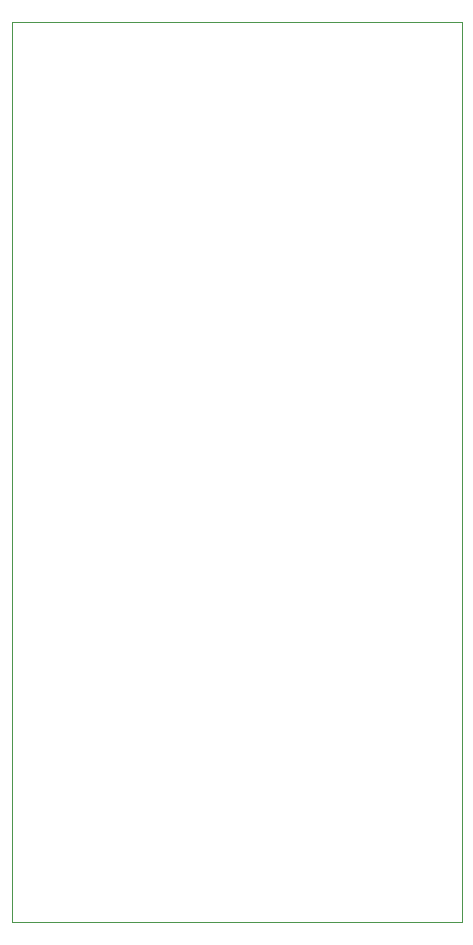
<source format=gbr>
%TF.GenerationSoftware,KiCad,Pcbnew,5.1.8-db9833491~88~ubuntu20.04.1*%
%TF.CreationDate,2020-12-04T12:29:55-05:00*%
%TF.ProjectId,lcd_pmod_breakout,6c63645f-706d-46f6-945f-627265616b6f,rev?*%
%TF.SameCoordinates,Original*%
%TF.FileFunction,Profile,NP*%
%FSLAX46Y46*%
G04 Gerber Fmt 4.6, Leading zero omitted, Abs format (unit mm)*
G04 Created by KiCad (PCBNEW 5.1.8-db9833491~88~ubuntu20.04.1) date 2020-12-04 12:29:55*
%MOMM*%
%LPD*%
G01*
G04 APERTURE LIST*
%TA.AperFunction,Profile*%
%ADD10C,0.050000*%
%TD*%
G04 APERTURE END LIST*
D10*
X80010000Y-102870000D02*
X80010000Y-26670000D01*
X81280000Y-102870000D02*
X80010000Y-102870000D01*
X118110000Y-102870000D02*
X81280000Y-102870000D01*
X118110000Y-26670000D02*
X118110000Y-102870000D01*
X80010000Y-26670000D02*
X118110000Y-26670000D01*
M02*

</source>
